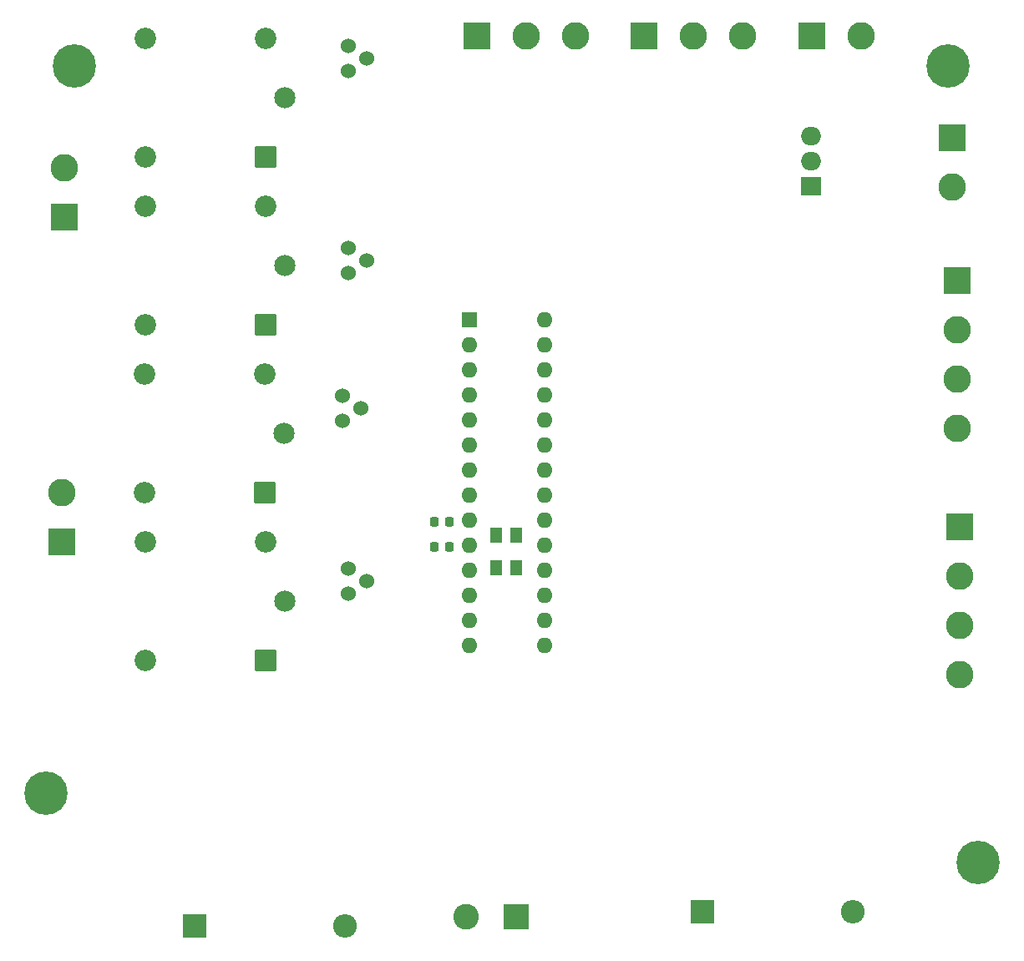
<source format=gbr>
%TF.GenerationSoftware,KiCad,Pcbnew,7.0.10*%
%TF.CreationDate,2024-08-08T13:18:15-05:00*%
%TF.ProjectId,river_sampler,72697665-725f-4736-916d-706c65722e6b,rev?*%
%TF.SameCoordinates,Original*%
%TF.FileFunction,Soldermask,Bot*%
%TF.FilePolarity,Negative*%
%FSLAX46Y46*%
G04 Gerber Fmt 4.6, Leading zero omitted, Abs format (unit mm)*
G04 Created by KiCad (PCBNEW 7.0.10) date 2024-08-08 13:18:15*
%MOMM*%
%LPD*%
G01*
G04 APERTURE LIST*
G04 Aperture macros list*
%AMRoundRect*
0 Rectangle with rounded corners*
0 $1 Rounding radius*
0 $2 $3 $4 $5 $6 $7 $8 $9 X,Y pos of 4 corners*
0 Add a 4 corners polygon primitive as box body*
4,1,4,$2,$3,$4,$5,$6,$7,$8,$9,$2,$3,0*
0 Add four circle primitives for the rounded corners*
1,1,$1+$1,$2,$3*
1,1,$1+$1,$4,$5*
1,1,$1+$1,$6,$7*
1,1,$1+$1,$8,$9*
0 Add four rect primitives between the rounded corners*
20,1,$1+$1,$2,$3,$4,$5,0*
20,1,$1+$1,$4,$5,$6,$7,0*
20,1,$1+$1,$6,$7,$8,$9,0*
20,1,$1+$1,$8,$9,$2,$3,0*%
G04 Aperture macros list end*
%ADD10C,2.139000*%
%ADD11C,2.184000*%
%ADD12RoundRect,0.102000X0.990000X0.990000X-0.990000X0.990000X-0.990000X-0.990000X0.990000X-0.990000X0*%
%ADD13C,4.400000*%
%ADD14C,1.524800*%
%ADD15R,2.400000X2.400000*%
%ADD16O,2.400000X2.400000*%
%ADD17R,1.600000X1.600000*%
%ADD18O,1.600000X1.600000*%
%ADD19R,2.000000X1.905000*%
%ADD20O,2.000000X1.905000*%
%ADD21R,1.300000X1.600000*%
%ADD22R,2.800000X2.800000*%
%ADD23C,2.800000*%
%ADD24RoundRect,0.225000X0.225000X0.250000X-0.225000X0.250000X-0.225000X-0.250000X0.225000X-0.250000X0*%
%ADD25R,2.600000X2.600000*%
%ADD26C,2.600000*%
G04 APERTURE END LIST*
D10*
%TO.C,K3*%
X68100000Y-92500000D03*
D11*
X53900000Y-98500000D03*
X53900000Y-86500000D03*
D12*
X66100000Y-98500000D03*
D11*
X66100000Y-86500000D03*
%TD*%
D13*
%TO.C,H2*%
X138303000Y-170027600D03*
%TD*%
D14*
%TO.C,Q4*%
X74500000Y-89770000D03*
X76405000Y-88500000D03*
X74500000Y-87230000D03*
%TD*%
D15*
%TO.C,D12*%
X58880000Y-176500000D03*
D16*
X74120000Y-176500000D03*
%TD*%
D13*
%TO.C,H3*%
X46710600Y-89281000D03*
%TD*%
D17*
%TO.C,U6*%
X86790000Y-114990000D03*
D18*
X86790000Y-117530000D03*
X86790000Y-120070000D03*
X86790000Y-122610000D03*
X86790000Y-125150000D03*
X86790000Y-127690000D03*
X86790000Y-130230000D03*
X86790000Y-132770000D03*
X86790000Y-135310000D03*
X86790000Y-137850000D03*
X86790000Y-140390000D03*
X86790000Y-142930000D03*
X86790000Y-145470000D03*
X86790000Y-148010000D03*
X94410000Y-148010000D03*
X94410000Y-145470000D03*
X94410000Y-142930000D03*
X94410000Y-140390000D03*
X94410000Y-137850000D03*
X94410000Y-135310000D03*
X94410000Y-132770000D03*
X94410000Y-130230000D03*
X94410000Y-127690000D03*
X94410000Y-125150000D03*
X94410000Y-122610000D03*
X94410000Y-120070000D03*
X94410000Y-117530000D03*
X94410000Y-114990000D03*
%TD*%
D10*
%TO.C,K4*%
X68100000Y-109500000D03*
D11*
X53900000Y-115500000D03*
X53900000Y-103500000D03*
D12*
X66100000Y-115500000D03*
D11*
X66100000Y-103500000D03*
%TD*%
D14*
%TO.C,Q5*%
X74500000Y-110270000D03*
X76405000Y-109000000D03*
X74500000Y-107730000D03*
%TD*%
D13*
%TO.C,H1*%
X135331200Y-89255600D03*
%TD*%
D10*
%TO.C,K2*%
X68000000Y-126500000D03*
D11*
X53800000Y-132500000D03*
X53800000Y-120500000D03*
D12*
X66000000Y-132500000D03*
D11*
X66000000Y-120500000D03*
%TD*%
D15*
%TO.C,D14*%
X110380000Y-175000000D03*
D16*
X125620000Y-175000000D03*
%TD*%
D14*
%TO.C,Q3*%
X73900000Y-125270000D03*
X75805000Y-124000000D03*
X73900000Y-122730000D03*
%TD*%
%TO.C,Q2*%
X74500000Y-142770000D03*
X76405000Y-141500000D03*
X74500000Y-140230000D03*
%TD*%
D19*
%TO.C,Q1*%
X121445000Y-101440000D03*
D20*
X121445000Y-98900000D03*
X121445000Y-96360000D03*
%TD*%
D10*
%TO.C,K1*%
X68100000Y-143500000D03*
D11*
X53900000Y-149500000D03*
X53900000Y-137500000D03*
D12*
X66100000Y-149500000D03*
D11*
X66100000Y-137500000D03*
%TD*%
D13*
%TO.C,H4*%
X43865800Y-162991800D03*
%TD*%
D21*
%TO.C,Y1*%
X91500000Y-136850000D03*
X91500000Y-140150000D03*
X89500000Y-140150000D03*
X89500000Y-136850000D03*
%TD*%
D22*
%TO.C,J10*%
X135750000Y-96500000D03*
D23*
X135750000Y-101500000D03*
%TD*%
D24*
%TO.C,C17*%
X84775000Y-135500000D03*
X83225000Y-135500000D03*
%TD*%
D22*
%TO.C,J4*%
X121500000Y-86250000D03*
D23*
X126500000Y-86250000D03*
%TD*%
D22*
%TO.C,J13*%
X45720000Y-104582600D03*
D23*
X45720000Y-99582600D03*
%TD*%
%TO.C,J3*%
X136500000Y-151000000D03*
X136500000Y-146000000D03*
X136500000Y-141000000D03*
D22*
X136500000Y-136000000D03*
%TD*%
D25*
%TO.C,J14*%
X91545000Y-175500000D03*
D26*
X86465000Y-175500000D03*
%TD*%
D22*
%TO.C,J12*%
X87500000Y-86250000D03*
D23*
X92500000Y-86250000D03*
X97500000Y-86250000D03*
%TD*%
D24*
%TO.C,C18*%
X84775000Y-138000000D03*
X83225000Y-138000000D03*
%TD*%
D23*
%TO.C,J5*%
X136250000Y-126000000D03*
X136250000Y-121000000D03*
X136250000Y-116000000D03*
D22*
X136250000Y-111000000D03*
%TD*%
%TO.C,J6*%
X104500000Y-86250000D03*
D23*
X109500000Y-86250000D03*
X114500000Y-86250000D03*
%TD*%
%TO.C,J11*%
X45466000Y-132490200D03*
D22*
X45466000Y-137490200D03*
%TD*%
M02*

</source>
